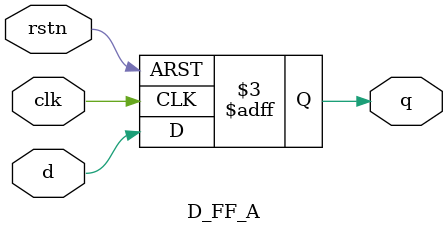
<source format=v>
`timescale 1ns / 1ps


module D_FF_A(input d, rstn, clk, output reg q);
    always @(posedge clk or negedge rstn)
    if (!rstn)
        q <= 0;
    else
        q <= d;
endmodule

</source>
